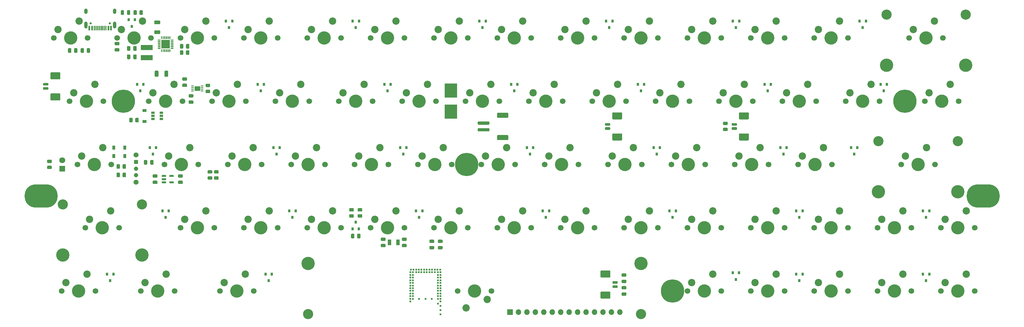
<source format=gbr>
%TF.GenerationSoftware,KiCad,Pcbnew,5.1.9*%
%TF.CreationDate,2021-02-24T13:07:44+00:00*%
%TF.ProjectId,keyboard,6b657962-6f61-4726-942e-6b696361645f,A*%
%TF.SameCoordinates,PX3072580PY3072580*%
%TF.FileFunction,Soldermask,Bot*%
%TF.FilePolarity,Negative*%
%FSLAX46Y46*%
G04 Gerber Fmt 4.6, Leading zero omitted, Abs format (unit mm)*
G04 Created by KiCad (PCBNEW 5.1.9) date 2021-02-24 13:07:44*
%MOMM*%
%LPD*%
G01*
G04 APERTURE LIST*
%ADD10C,1.800000*%
%ADD11R,1.800000X1.800000*%
%ADD12R,0.900000X1.200000*%
%ADD13C,1.700000*%
%ADD14C,4.000000*%
%ADD15C,2.200000*%
%ADD16O,1.700000X1.700000*%
%ADD17R,1.700000X1.700000*%
%ADD18C,3.050000*%
%ADD19R,1.700000X1.400000*%
%ADD20R,2.650000X2.650000*%
%ADD21R,1.308000X1.308000*%
%ADD22C,1.308000*%
%ADD23C,1.500000*%
%ADD24R,1.000000X0.700000*%
%ADD25R,3.600000X1.500000*%
%ADD26R,3.810000X4.240000*%
%ADD27R,1.200000X0.900000*%
%ADD28R,0.800000X0.900000*%
%ADD29R,0.600000X1.450000*%
%ADD30R,0.300000X1.450000*%
%ADD31O,1.000000X2.100000*%
%ADD32C,0.650000*%
%ADD33O,1.000000X1.600000*%
%ADD34R,1.000000X1.800000*%
%ADD35C,7.000000*%
%ADD36O,10.000000X7.000000*%
%ADD37R,0.500000X0.500000*%
G04 APERTURE END LIST*
D10*
%TO.C,LED3*%
X6985000Y-46355000D03*
D11*
X6985000Y-48895000D03*
%TD*%
%TO.C,R15*%
G36*
G01*
X25165000Y-48710002D02*
X25165000Y-47809998D01*
G75*
G02*
X25414998Y-47560000I249998J0D01*
G01*
X25940002Y-47560000D01*
G75*
G02*
X26190000Y-47809998I0J-249998D01*
G01*
X26190000Y-48710002D01*
G75*
G02*
X25940002Y-48960000I-249998J0D01*
G01*
X25414998Y-48960000D01*
G75*
G02*
X25165000Y-48710002I0J249998D01*
G01*
G37*
G36*
G01*
X23340000Y-48710002D02*
X23340000Y-47809998D01*
G75*
G02*
X23589998Y-47560000I249998J0D01*
G01*
X24115002Y-47560000D01*
G75*
G02*
X24365000Y-47809998I0J-249998D01*
G01*
X24365000Y-48710002D01*
G75*
G02*
X24115002Y-48960000I-249998J0D01*
G01*
X23589998Y-48960000D01*
G75*
G02*
X23340000Y-48710002I0J249998D01*
G01*
G37*
%TD*%
%TO.C,R16*%
G36*
G01*
X25165000Y-51250002D02*
X25165000Y-50349998D01*
G75*
G02*
X25414998Y-50100000I249998J0D01*
G01*
X25940002Y-50100000D01*
G75*
G02*
X26190000Y-50349998I0J-249998D01*
G01*
X26190000Y-51250002D01*
G75*
G02*
X25940002Y-51500000I-249998J0D01*
G01*
X25414998Y-51500000D01*
G75*
G02*
X25165000Y-51250002I0J249998D01*
G01*
G37*
G36*
G01*
X23340000Y-51250002D02*
X23340000Y-50349998D01*
G75*
G02*
X23589998Y-50100000I249998J0D01*
G01*
X24115002Y-50100000D01*
G75*
G02*
X24365000Y-50349998I0J-249998D01*
G01*
X24365000Y-51250002D01*
G75*
G02*
X24115002Y-51500000I-249998J0D01*
G01*
X23589998Y-51500000D01*
G75*
G02*
X23340000Y-51250002I0J249998D01*
G01*
G37*
%TD*%
D12*
%TO.C,D36*%
X22480000Y-45085000D03*
X25780000Y-45085000D03*
%TD*%
%TO.C,D35*%
X22480000Y-42545000D03*
X25780000Y-42545000D03*
%TD*%
%TO.C,C16*%
G36*
G01*
X33470000Y-47465000D02*
X33470000Y-46515000D01*
G75*
G02*
X33720000Y-46265000I250000J0D01*
G01*
X34220000Y-46265000D01*
G75*
G02*
X34470000Y-46515000I0J-250000D01*
G01*
X34470000Y-47465000D01*
G75*
G02*
X34220000Y-47715000I-250000J0D01*
G01*
X33720000Y-47715000D01*
G75*
G02*
X33470000Y-47465000I0J250000D01*
G01*
G37*
G36*
G01*
X31570000Y-47465000D02*
X31570000Y-46515000D01*
G75*
G02*
X31820000Y-46265000I250000J0D01*
G01*
X32320000Y-46265000D01*
G75*
G02*
X32570000Y-46515000I0J-250000D01*
G01*
X32570000Y-47465000D01*
G75*
G02*
X32320000Y-47715000I-250000J0D01*
G01*
X31820000Y-47715000D01*
G75*
G02*
X31570000Y-47465000I0J250000D01*
G01*
G37*
%TD*%
D13*
%TO.C,S5*%
X90805000Y-9525000D03*
X80645000Y-9525000D03*
D14*
X85725000Y-9525000D03*
D15*
X81915000Y-6985000D03*
X88265000Y-4445000D03*
%TD*%
%TO.C,J9*%
G36*
G01*
X3694999Y-26255000D02*
X6195001Y-26255000D01*
G75*
G02*
X6445000Y-26504999I0J-249999D01*
G01*
X6445000Y-28105001D01*
G75*
G02*
X6195001Y-28355000I-249999J0D01*
G01*
X3694999Y-28355000D01*
G75*
G02*
X3445000Y-28105001I0J249999D01*
G01*
X3445000Y-26504999D01*
G75*
G02*
X3694999Y-26255000I249999J0D01*
G01*
G37*
G36*
G01*
X3694999Y-19905000D02*
X6195001Y-19905000D01*
G75*
G02*
X6445000Y-20154999I0J-249999D01*
G01*
X6445000Y-21755001D01*
G75*
G02*
X6195001Y-22005000I-249999J0D01*
G01*
X3694999Y-22005000D01*
G75*
G02*
X3445000Y-21755001I0J249999D01*
G01*
X3445000Y-20154999D01*
G75*
G02*
X3694999Y-19905000I249999J0D01*
G01*
G37*
G36*
G01*
X1445000Y-24355000D02*
X2645000Y-24355000D01*
G75*
G02*
X2845000Y-24555000I0J-200000D01*
G01*
X2845000Y-24955000D01*
G75*
G02*
X2645000Y-25155000I-200000J0D01*
G01*
X1445000Y-25155000D01*
G75*
G02*
X1245000Y-24955000I0J200000D01*
G01*
X1245000Y-24555000D01*
G75*
G02*
X1445000Y-24355000I200000J0D01*
G01*
G37*
G36*
G01*
X1445000Y-23105000D02*
X2645000Y-23105000D01*
G75*
G02*
X2845000Y-23305000I0J-200000D01*
G01*
X2845000Y-23705000D01*
G75*
G02*
X2645000Y-23905000I-200000J0D01*
G01*
X1445000Y-23905000D01*
G75*
G02*
X1245000Y-23705000I0J200000D01*
G01*
X1245000Y-23305000D01*
G75*
G02*
X1445000Y-23105000I200000J0D01*
G01*
G37*
%TD*%
%TO.C,R14*%
G36*
G01*
X3625002Y-47225000D02*
X2724998Y-47225000D01*
G75*
G02*
X2475000Y-46975002I0J249998D01*
G01*
X2475000Y-46449998D01*
G75*
G02*
X2724998Y-46200000I249998J0D01*
G01*
X3625002Y-46200000D01*
G75*
G02*
X3875000Y-46449998I0J-249998D01*
G01*
X3875000Y-46975002D01*
G75*
G02*
X3625002Y-47225000I-249998J0D01*
G01*
G37*
G36*
G01*
X3625002Y-49050000D02*
X2724998Y-49050000D01*
G75*
G02*
X2475000Y-48800002I0J249998D01*
G01*
X2475000Y-48274998D01*
G75*
G02*
X2724998Y-48025000I249998J0D01*
G01*
X3625002Y-48025000D01*
G75*
G02*
X3875000Y-48274998I0J-249998D01*
G01*
X3875000Y-48800002D01*
G75*
G02*
X3625002Y-49050000I-249998J0D01*
G01*
G37*
%TD*%
%TO.C,C10*%
G36*
G01*
X45245000Y-28390000D02*
X46195000Y-28390000D01*
G75*
G02*
X46445000Y-28640000I0J-250000D01*
G01*
X46445000Y-29140000D01*
G75*
G02*
X46195000Y-29390000I-250000J0D01*
G01*
X45245000Y-29390000D01*
G75*
G02*
X44995000Y-29140000I0J250000D01*
G01*
X44995000Y-28640000D01*
G75*
G02*
X45245000Y-28390000I250000J0D01*
G01*
G37*
G36*
G01*
X45245000Y-26490000D02*
X46195000Y-26490000D01*
G75*
G02*
X46445000Y-26740000I0J-250000D01*
G01*
X46445000Y-27240000D01*
G75*
G02*
X46195000Y-27490000I-250000J0D01*
G01*
X45245000Y-27490000D01*
G75*
G02*
X44995000Y-27240000I0J250000D01*
G01*
X44995000Y-26740000D01*
G75*
G02*
X45245000Y-26490000I250000J0D01*
G01*
G37*
%TD*%
%TO.C,C15*%
G36*
G01*
X175420000Y-82360000D02*
X176370000Y-82360000D01*
G75*
G02*
X176620000Y-82610000I0J-250000D01*
G01*
X176620000Y-83110000D01*
G75*
G02*
X176370000Y-83360000I-250000J0D01*
G01*
X175420000Y-83360000D01*
G75*
G02*
X175170000Y-83110000I0J250000D01*
G01*
X175170000Y-82610000D01*
G75*
G02*
X175420000Y-82360000I250000J0D01*
G01*
G37*
G36*
G01*
X175420000Y-80460000D02*
X176370000Y-80460000D01*
G75*
G02*
X176620000Y-80710000I0J-250000D01*
G01*
X176620000Y-81210000D01*
G75*
G02*
X176370000Y-81460000I-250000J0D01*
G01*
X175420000Y-81460000D01*
G75*
G02*
X175170000Y-81210000I0J250000D01*
G01*
X175170000Y-80710000D01*
G75*
G02*
X175420000Y-80460000I250000J0D01*
G01*
G37*
%TD*%
%TO.C,C14*%
G36*
G01*
X175420000Y-86175000D02*
X176370000Y-86175000D01*
G75*
G02*
X176620000Y-86425000I0J-250000D01*
G01*
X176620000Y-86925000D01*
G75*
G02*
X176370000Y-87175000I-250000J0D01*
G01*
X175420000Y-87175000D01*
G75*
G02*
X175170000Y-86925000I0J250000D01*
G01*
X175170000Y-86425000D01*
G75*
G02*
X175420000Y-86175000I250000J0D01*
G01*
G37*
G36*
G01*
X175420000Y-84275000D02*
X176370000Y-84275000D01*
G75*
G02*
X176620000Y-84525000I0J-250000D01*
G01*
X176620000Y-85025000D01*
G75*
G02*
X176370000Y-85275000I-250000J0D01*
G01*
X175420000Y-85275000D01*
G75*
G02*
X175170000Y-85025000I0J250000D01*
G01*
X175170000Y-84525000D01*
G75*
G02*
X175420000Y-84275000I250000J0D01*
G01*
G37*
%TD*%
%TO.C,J8*%
G36*
G01*
X171565001Y-81695000D02*
X169064999Y-81695000D01*
G75*
G02*
X168815000Y-81445001I0J249999D01*
G01*
X168815000Y-79844999D01*
G75*
G02*
X169064999Y-79595000I249999J0D01*
G01*
X171565001Y-79595000D01*
G75*
G02*
X171815000Y-79844999I0J-249999D01*
G01*
X171815000Y-81445001D01*
G75*
G02*
X171565001Y-81695000I-249999J0D01*
G01*
G37*
G36*
G01*
X171565001Y-88045000D02*
X169064999Y-88045000D01*
G75*
G02*
X168815000Y-87795001I0J249999D01*
G01*
X168815000Y-86194999D01*
G75*
G02*
X169064999Y-85945000I249999J0D01*
G01*
X171565001Y-85945000D01*
G75*
G02*
X171815000Y-86194999I0J-249999D01*
G01*
X171815000Y-87795001D01*
G75*
G02*
X171565001Y-88045000I-249999J0D01*
G01*
G37*
G36*
G01*
X173815000Y-83595000D02*
X172615000Y-83595000D01*
G75*
G02*
X172415000Y-83395000I0J200000D01*
G01*
X172415000Y-82995000D01*
G75*
G02*
X172615000Y-82795000I200000J0D01*
G01*
X173815000Y-82795000D01*
G75*
G02*
X174015000Y-82995000I0J-200000D01*
G01*
X174015000Y-83395000D01*
G75*
G02*
X173815000Y-83595000I-200000J0D01*
G01*
G37*
G36*
G01*
X173815000Y-84845000D02*
X172615000Y-84845000D01*
G75*
G02*
X172415000Y-84645000I0J200000D01*
G01*
X172415000Y-84245000D01*
G75*
G02*
X172615000Y-84045000I200000J0D01*
G01*
X173815000Y-84045000D01*
G75*
G02*
X174015000Y-84245000I0J-200000D01*
G01*
X174015000Y-84645000D01*
G75*
G02*
X173815000Y-84845000I-200000J0D01*
G01*
G37*
%TD*%
D16*
%TO.C,J7*%
X174625000Y-92075000D03*
X172085000Y-92075000D03*
X169545000Y-92075000D03*
X167005000Y-92075000D03*
X164465000Y-92075000D03*
X161925000Y-92075000D03*
X159385000Y-92075000D03*
X156845000Y-92075000D03*
X154305000Y-92075000D03*
X151765000Y-92075000D03*
X149225000Y-92075000D03*
X146685000Y-92075000D03*
X144145000Y-92075000D03*
D17*
X141605000Y-92075000D03*
%TD*%
D13*
%TO.C,S15*%
X19367500Y-28575000D03*
X9207500Y-28575000D03*
D14*
X14287500Y-28575000D03*
D15*
X10477500Y-26035000D03*
X16827500Y-23495000D03*
%TD*%
D18*
%TO.C,S59*%
X80968750Y-92725000D03*
X180968750Y-92725000D03*
D14*
X180968750Y-77485000D03*
X80968750Y-77485000D03*
D13*
X125888750Y-85725000D03*
X136048750Y-85725000D03*
D14*
X130968750Y-85725000D03*
D15*
X134778750Y-88265000D03*
X128428750Y-90805000D03*
%TD*%
%TO.C,R13*%
G36*
G01*
X53790002Y-50400000D02*
X52889998Y-50400000D01*
G75*
G02*
X52640000Y-50150002I0J249998D01*
G01*
X52640000Y-49624998D01*
G75*
G02*
X52889998Y-49375000I249998J0D01*
G01*
X53790002Y-49375000D01*
G75*
G02*
X54040000Y-49624998I0J-249998D01*
G01*
X54040000Y-50150002D01*
G75*
G02*
X53790002Y-50400000I-249998J0D01*
G01*
G37*
G36*
G01*
X53790002Y-52225000D02*
X52889998Y-52225000D01*
G75*
G02*
X52640000Y-51975002I0J249998D01*
G01*
X52640000Y-51449998D01*
G75*
G02*
X52889998Y-51200000I249998J0D01*
G01*
X53790002Y-51200000D01*
G75*
G02*
X54040000Y-51449998I0J-249998D01*
G01*
X54040000Y-51975002D01*
G75*
G02*
X53790002Y-52225000I-249998J0D01*
G01*
G37*
%TD*%
%TO.C,R12*%
G36*
G01*
X51885002Y-50400000D02*
X50984998Y-50400000D01*
G75*
G02*
X50735000Y-50150002I0J249998D01*
G01*
X50735000Y-49624998D01*
G75*
G02*
X50984998Y-49375000I249998J0D01*
G01*
X51885002Y-49375000D01*
G75*
G02*
X52135000Y-49624998I0J-249998D01*
G01*
X52135000Y-50150002D01*
G75*
G02*
X51885002Y-50400000I-249998J0D01*
G01*
G37*
G36*
G01*
X51885002Y-52225000D02*
X50984998Y-52225000D01*
G75*
G02*
X50735000Y-51975002I0J249998D01*
G01*
X50735000Y-51449998D01*
G75*
G02*
X50984998Y-51200000I249998J0D01*
G01*
X51885002Y-51200000D01*
G75*
G02*
X52135000Y-51449998I0J-249998D01*
G01*
X52135000Y-51975002D01*
G75*
G02*
X51885002Y-52225000I-249998J0D01*
G01*
G37*
%TD*%
%TO.C,R10*%
G36*
G01*
X28175000Y-33839998D02*
X28175000Y-34740002D01*
G75*
G02*
X27925002Y-34990000I-249998J0D01*
G01*
X27399998Y-34990000D01*
G75*
G02*
X27150000Y-34740002I0J249998D01*
G01*
X27150000Y-33839998D01*
G75*
G02*
X27399998Y-33590000I249998J0D01*
G01*
X27925002Y-33590000D01*
G75*
G02*
X28175000Y-33839998I0J-249998D01*
G01*
G37*
G36*
G01*
X30000000Y-33839998D02*
X30000000Y-34740002D01*
G75*
G02*
X29750002Y-34990000I-249998J0D01*
G01*
X29224998Y-34990000D01*
G75*
G02*
X28975000Y-34740002I0J249998D01*
G01*
X28975000Y-33839998D01*
G75*
G02*
X29224998Y-33590000I249998J0D01*
G01*
X29750002Y-33590000D01*
G75*
G02*
X30000000Y-33839998I0J-249998D01*
G01*
G37*
%TD*%
%TO.C,C9*%
G36*
G01*
X37730000Y-20970001D02*
X37730000Y-19669999D01*
G75*
G02*
X37979999Y-19420000I249999J0D01*
G01*
X38630001Y-19420000D01*
G75*
G02*
X38880000Y-19669999I0J-249999D01*
G01*
X38880000Y-20970001D01*
G75*
G02*
X38630001Y-21220000I-249999J0D01*
G01*
X37979999Y-21220000D01*
G75*
G02*
X37730000Y-20970001I0J249999D01*
G01*
G37*
G36*
G01*
X34780000Y-20970001D02*
X34780000Y-19669999D01*
G75*
G02*
X35029999Y-19420000I249999J0D01*
G01*
X35680001Y-19420000D01*
G75*
G02*
X35930000Y-19669999I0J-249999D01*
G01*
X35930000Y-20970001D01*
G75*
G02*
X35680001Y-21220000I-249999J0D01*
G01*
X35029999Y-21220000D01*
G75*
G02*
X34780000Y-20970001I0J249999D01*
G01*
G37*
%TD*%
%TO.C,C6*%
G36*
G01*
X36210001Y-5450000D02*
X34909999Y-5450000D01*
G75*
G02*
X34660000Y-5200001I0J249999D01*
G01*
X34660000Y-4549999D01*
G75*
G02*
X34909999Y-4300000I249999J0D01*
G01*
X36210001Y-4300000D01*
G75*
G02*
X36460000Y-4549999I0J-249999D01*
G01*
X36460000Y-5200001D01*
G75*
G02*
X36210001Y-5450000I-249999J0D01*
G01*
G37*
G36*
G01*
X36210001Y-8400000D02*
X34909999Y-8400000D01*
G75*
G02*
X34660000Y-8150001I0J249999D01*
G01*
X34660000Y-7499999D01*
G75*
G02*
X34909999Y-7250000I249999J0D01*
G01*
X36210001Y-7250000D01*
G75*
G02*
X36460000Y-7499999I0J-249999D01*
G01*
X36460000Y-8150001D01*
G75*
G02*
X36210001Y-8400000I-249999J0D01*
G01*
G37*
%TD*%
%TO.C,U4*%
G36*
G01*
X39210000Y-53170000D02*
X39210000Y-52870000D01*
G75*
G02*
X39360000Y-52720000I150000J0D01*
G01*
X40385000Y-52720000D01*
G75*
G02*
X40535000Y-52870000I0J-150000D01*
G01*
X40535000Y-53170000D01*
G75*
G02*
X40385000Y-53320000I-150000J0D01*
G01*
X39360000Y-53320000D01*
G75*
G02*
X39210000Y-53170000I0J150000D01*
G01*
G37*
G36*
G01*
X39210000Y-51270000D02*
X39210000Y-50970000D01*
G75*
G02*
X39360000Y-50820000I150000J0D01*
G01*
X40385000Y-50820000D01*
G75*
G02*
X40535000Y-50970000I0J-150000D01*
G01*
X40535000Y-51270000D01*
G75*
G02*
X40385000Y-51420000I-150000J0D01*
G01*
X39360000Y-51420000D01*
G75*
G02*
X39210000Y-51270000I0J150000D01*
G01*
G37*
G36*
G01*
X36935000Y-51270000D02*
X36935000Y-50970000D01*
G75*
G02*
X37085000Y-50820000I150000J0D01*
G01*
X38110000Y-50820000D01*
G75*
G02*
X38260000Y-50970000I0J-150000D01*
G01*
X38260000Y-51270000D01*
G75*
G02*
X38110000Y-51420000I-150000J0D01*
G01*
X37085000Y-51420000D01*
G75*
G02*
X36935000Y-51270000I0J150000D01*
G01*
G37*
G36*
G01*
X36935000Y-52220000D02*
X36935000Y-51920000D01*
G75*
G02*
X37085000Y-51770000I150000J0D01*
G01*
X38110000Y-51770000D01*
G75*
G02*
X38260000Y-51920000I0J-150000D01*
G01*
X38260000Y-52220000D01*
G75*
G02*
X38110000Y-52370000I-150000J0D01*
G01*
X37085000Y-52370000D01*
G75*
G02*
X36935000Y-52220000I0J150000D01*
G01*
G37*
G36*
G01*
X36935000Y-53170000D02*
X36935000Y-52870000D01*
G75*
G02*
X37085000Y-52720000I150000J0D01*
G01*
X38110000Y-52720000D01*
G75*
G02*
X38260000Y-52870000I0J-150000D01*
G01*
X38260000Y-53170000D01*
G75*
G02*
X38110000Y-53320000I-150000J0D01*
G01*
X37085000Y-53320000D01*
G75*
G02*
X36935000Y-53170000I0J150000D01*
G01*
G37*
%TD*%
D19*
%TO.C,U3*%
X47625000Y-24765000D03*
G36*
G01*
X48675000Y-25577500D02*
X48675000Y-25452500D01*
G75*
G02*
X48737500Y-25390000I62500J0D01*
G01*
X49412500Y-25390000D01*
G75*
G02*
X49475000Y-25452500I0J-62500D01*
G01*
X49475000Y-25577500D01*
G75*
G02*
X49412500Y-25640000I-62500J0D01*
G01*
X48737500Y-25640000D01*
G75*
G02*
X48675000Y-25577500I0J62500D01*
G01*
G37*
G36*
G01*
X48675000Y-25077500D02*
X48675000Y-24952500D01*
G75*
G02*
X48737500Y-24890000I62500J0D01*
G01*
X49412500Y-24890000D01*
G75*
G02*
X49475000Y-24952500I0J-62500D01*
G01*
X49475000Y-25077500D01*
G75*
G02*
X49412500Y-25140000I-62500J0D01*
G01*
X48737500Y-25140000D01*
G75*
G02*
X48675000Y-25077500I0J62500D01*
G01*
G37*
G36*
G01*
X48675000Y-24577500D02*
X48675000Y-24452500D01*
G75*
G02*
X48737500Y-24390000I62500J0D01*
G01*
X49412500Y-24390000D01*
G75*
G02*
X49475000Y-24452500I0J-62500D01*
G01*
X49475000Y-24577500D01*
G75*
G02*
X49412500Y-24640000I-62500J0D01*
G01*
X48737500Y-24640000D01*
G75*
G02*
X48675000Y-24577500I0J62500D01*
G01*
G37*
G36*
G01*
X48675000Y-24077500D02*
X48675000Y-23952500D01*
G75*
G02*
X48737500Y-23890000I62500J0D01*
G01*
X49412500Y-23890000D01*
G75*
G02*
X49475000Y-23952500I0J-62500D01*
G01*
X49475000Y-24077500D01*
G75*
G02*
X49412500Y-24140000I-62500J0D01*
G01*
X48737500Y-24140000D01*
G75*
G02*
X48675000Y-24077500I0J62500D01*
G01*
G37*
G36*
G01*
X45775000Y-24077500D02*
X45775000Y-23952500D01*
G75*
G02*
X45837500Y-23890000I62500J0D01*
G01*
X46512500Y-23890000D01*
G75*
G02*
X46575000Y-23952500I0J-62500D01*
G01*
X46575000Y-24077500D01*
G75*
G02*
X46512500Y-24140000I-62500J0D01*
G01*
X45837500Y-24140000D01*
G75*
G02*
X45775000Y-24077500I0J62500D01*
G01*
G37*
G36*
G01*
X45775000Y-24577500D02*
X45775000Y-24452500D01*
G75*
G02*
X45837500Y-24390000I62500J0D01*
G01*
X46512500Y-24390000D01*
G75*
G02*
X46575000Y-24452500I0J-62500D01*
G01*
X46575000Y-24577500D01*
G75*
G02*
X46512500Y-24640000I-62500J0D01*
G01*
X45837500Y-24640000D01*
G75*
G02*
X45775000Y-24577500I0J62500D01*
G01*
G37*
G36*
G01*
X45775000Y-25077500D02*
X45775000Y-24952500D01*
G75*
G02*
X45837500Y-24890000I62500J0D01*
G01*
X46512500Y-24890000D01*
G75*
G02*
X46575000Y-24952500I0J-62500D01*
G01*
X46575000Y-25077500D01*
G75*
G02*
X46512500Y-25140000I-62500J0D01*
G01*
X45837500Y-25140000D01*
G75*
G02*
X45775000Y-25077500I0J62500D01*
G01*
G37*
G36*
G01*
X45775000Y-25577500D02*
X45775000Y-25452500D01*
G75*
G02*
X45837500Y-25390000I62500J0D01*
G01*
X46512500Y-25390000D01*
G75*
G02*
X46575000Y-25452500I0J-62500D01*
G01*
X46575000Y-25577500D01*
G75*
G02*
X46512500Y-25640000I-62500J0D01*
G01*
X45837500Y-25640000D01*
G75*
G02*
X45775000Y-25577500I0J62500D01*
G01*
G37*
%TD*%
D20*
%TO.C,U2*%
X38100000Y-11430000D03*
G36*
G01*
X35800000Y-10030000D02*
X36500000Y-10030000D01*
G75*
G02*
X36575000Y-10105000I0J-75000D01*
G01*
X36575000Y-10255000D01*
G75*
G02*
X36500000Y-10330000I-75000J0D01*
G01*
X35800000Y-10330000D01*
G75*
G02*
X35725000Y-10255000I0J75000D01*
G01*
X35725000Y-10105000D01*
G75*
G02*
X35800000Y-10030000I75000J0D01*
G01*
G37*
G36*
G01*
X35800000Y-10530000D02*
X36500000Y-10530000D01*
G75*
G02*
X36575000Y-10605000I0J-75000D01*
G01*
X36575000Y-10755000D01*
G75*
G02*
X36500000Y-10830000I-75000J0D01*
G01*
X35800000Y-10830000D01*
G75*
G02*
X35725000Y-10755000I0J75000D01*
G01*
X35725000Y-10605000D01*
G75*
G02*
X35800000Y-10530000I75000J0D01*
G01*
G37*
G36*
G01*
X35800000Y-11030000D02*
X36500000Y-11030000D01*
G75*
G02*
X36575000Y-11105000I0J-75000D01*
G01*
X36575000Y-11255000D01*
G75*
G02*
X36500000Y-11330000I-75000J0D01*
G01*
X35800000Y-11330000D01*
G75*
G02*
X35725000Y-11255000I0J75000D01*
G01*
X35725000Y-11105000D01*
G75*
G02*
X35800000Y-11030000I75000J0D01*
G01*
G37*
G36*
G01*
X35800000Y-11530000D02*
X36500000Y-11530000D01*
G75*
G02*
X36575000Y-11605000I0J-75000D01*
G01*
X36575000Y-11755000D01*
G75*
G02*
X36500000Y-11830000I-75000J0D01*
G01*
X35800000Y-11830000D01*
G75*
G02*
X35725000Y-11755000I0J75000D01*
G01*
X35725000Y-11605000D01*
G75*
G02*
X35800000Y-11530000I75000J0D01*
G01*
G37*
G36*
G01*
X35800000Y-12030000D02*
X36500000Y-12030000D01*
G75*
G02*
X36575000Y-12105000I0J-75000D01*
G01*
X36575000Y-12255000D01*
G75*
G02*
X36500000Y-12330000I-75000J0D01*
G01*
X35800000Y-12330000D01*
G75*
G02*
X35725000Y-12255000I0J75000D01*
G01*
X35725000Y-12105000D01*
G75*
G02*
X35800000Y-12030000I75000J0D01*
G01*
G37*
G36*
G01*
X35800000Y-12530000D02*
X36500000Y-12530000D01*
G75*
G02*
X36575000Y-12605000I0J-75000D01*
G01*
X36575000Y-12755000D01*
G75*
G02*
X36500000Y-12830000I-75000J0D01*
G01*
X35800000Y-12830000D01*
G75*
G02*
X35725000Y-12755000I0J75000D01*
G01*
X35725000Y-12605000D01*
G75*
G02*
X35800000Y-12530000I75000J0D01*
G01*
G37*
G36*
G01*
X36775000Y-12955000D02*
X36925000Y-12955000D01*
G75*
G02*
X37000000Y-13030000I0J-75000D01*
G01*
X37000000Y-13730000D01*
G75*
G02*
X36925000Y-13805000I-75000J0D01*
G01*
X36775000Y-13805000D01*
G75*
G02*
X36700000Y-13730000I0J75000D01*
G01*
X36700000Y-13030000D01*
G75*
G02*
X36775000Y-12955000I75000J0D01*
G01*
G37*
G36*
G01*
X37275000Y-12955000D02*
X37425000Y-12955000D01*
G75*
G02*
X37500000Y-13030000I0J-75000D01*
G01*
X37500000Y-13730000D01*
G75*
G02*
X37425000Y-13805000I-75000J0D01*
G01*
X37275000Y-13805000D01*
G75*
G02*
X37200000Y-13730000I0J75000D01*
G01*
X37200000Y-13030000D01*
G75*
G02*
X37275000Y-12955000I75000J0D01*
G01*
G37*
G36*
G01*
X37775000Y-12955000D02*
X37925000Y-12955000D01*
G75*
G02*
X38000000Y-13030000I0J-75000D01*
G01*
X38000000Y-13730000D01*
G75*
G02*
X37925000Y-13805000I-75000J0D01*
G01*
X37775000Y-13805000D01*
G75*
G02*
X37700000Y-13730000I0J75000D01*
G01*
X37700000Y-13030000D01*
G75*
G02*
X37775000Y-12955000I75000J0D01*
G01*
G37*
G36*
G01*
X38275000Y-12955000D02*
X38425000Y-12955000D01*
G75*
G02*
X38500000Y-13030000I0J-75000D01*
G01*
X38500000Y-13730000D01*
G75*
G02*
X38425000Y-13805000I-75000J0D01*
G01*
X38275000Y-13805000D01*
G75*
G02*
X38200000Y-13730000I0J75000D01*
G01*
X38200000Y-13030000D01*
G75*
G02*
X38275000Y-12955000I75000J0D01*
G01*
G37*
G36*
G01*
X38775000Y-12955000D02*
X38925000Y-12955000D01*
G75*
G02*
X39000000Y-13030000I0J-75000D01*
G01*
X39000000Y-13730000D01*
G75*
G02*
X38925000Y-13805000I-75000J0D01*
G01*
X38775000Y-13805000D01*
G75*
G02*
X38700000Y-13730000I0J75000D01*
G01*
X38700000Y-13030000D01*
G75*
G02*
X38775000Y-12955000I75000J0D01*
G01*
G37*
G36*
G01*
X39275000Y-12955000D02*
X39425000Y-12955000D01*
G75*
G02*
X39500000Y-13030000I0J-75000D01*
G01*
X39500000Y-13730000D01*
G75*
G02*
X39425000Y-13805000I-75000J0D01*
G01*
X39275000Y-13805000D01*
G75*
G02*
X39200000Y-13730000I0J75000D01*
G01*
X39200000Y-13030000D01*
G75*
G02*
X39275000Y-12955000I75000J0D01*
G01*
G37*
G36*
G01*
X39700000Y-12530000D02*
X40400000Y-12530000D01*
G75*
G02*
X40475000Y-12605000I0J-75000D01*
G01*
X40475000Y-12755000D01*
G75*
G02*
X40400000Y-12830000I-75000J0D01*
G01*
X39700000Y-12830000D01*
G75*
G02*
X39625000Y-12755000I0J75000D01*
G01*
X39625000Y-12605000D01*
G75*
G02*
X39700000Y-12530000I75000J0D01*
G01*
G37*
G36*
G01*
X39700000Y-12030000D02*
X40400000Y-12030000D01*
G75*
G02*
X40475000Y-12105000I0J-75000D01*
G01*
X40475000Y-12255000D01*
G75*
G02*
X40400000Y-12330000I-75000J0D01*
G01*
X39700000Y-12330000D01*
G75*
G02*
X39625000Y-12255000I0J75000D01*
G01*
X39625000Y-12105000D01*
G75*
G02*
X39700000Y-12030000I75000J0D01*
G01*
G37*
G36*
G01*
X39700000Y-11530000D02*
X40400000Y-11530000D01*
G75*
G02*
X40475000Y-11605000I0J-75000D01*
G01*
X40475000Y-11755000D01*
G75*
G02*
X40400000Y-11830000I-75000J0D01*
G01*
X39700000Y-11830000D01*
G75*
G02*
X39625000Y-11755000I0J75000D01*
G01*
X39625000Y-11605000D01*
G75*
G02*
X39700000Y-11530000I75000J0D01*
G01*
G37*
G36*
G01*
X39700000Y-11030000D02*
X40400000Y-11030000D01*
G75*
G02*
X40475000Y-11105000I0J-75000D01*
G01*
X40475000Y-11255000D01*
G75*
G02*
X40400000Y-11330000I-75000J0D01*
G01*
X39700000Y-11330000D01*
G75*
G02*
X39625000Y-11255000I0J75000D01*
G01*
X39625000Y-11105000D01*
G75*
G02*
X39700000Y-11030000I75000J0D01*
G01*
G37*
G36*
G01*
X39700000Y-10530000D02*
X40400000Y-10530000D01*
G75*
G02*
X40475000Y-10605000I0J-75000D01*
G01*
X40475000Y-10755000D01*
G75*
G02*
X40400000Y-10830000I-75000J0D01*
G01*
X39700000Y-10830000D01*
G75*
G02*
X39625000Y-10755000I0J75000D01*
G01*
X39625000Y-10605000D01*
G75*
G02*
X39700000Y-10530000I75000J0D01*
G01*
G37*
G36*
G01*
X39700000Y-10030000D02*
X40400000Y-10030000D01*
G75*
G02*
X40475000Y-10105000I0J-75000D01*
G01*
X40475000Y-10255000D01*
G75*
G02*
X40400000Y-10330000I-75000J0D01*
G01*
X39700000Y-10330000D01*
G75*
G02*
X39625000Y-10255000I0J75000D01*
G01*
X39625000Y-10105000D01*
G75*
G02*
X39700000Y-10030000I75000J0D01*
G01*
G37*
G36*
G01*
X39275000Y-9055000D02*
X39425000Y-9055000D01*
G75*
G02*
X39500000Y-9130000I0J-75000D01*
G01*
X39500000Y-9830000D01*
G75*
G02*
X39425000Y-9905000I-75000J0D01*
G01*
X39275000Y-9905000D01*
G75*
G02*
X39200000Y-9830000I0J75000D01*
G01*
X39200000Y-9130000D01*
G75*
G02*
X39275000Y-9055000I75000J0D01*
G01*
G37*
G36*
G01*
X38775000Y-9055000D02*
X38925000Y-9055000D01*
G75*
G02*
X39000000Y-9130000I0J-75000D01*
G01*
X39000000Y-9830000D01*
G75*
G02*
X38925000Y-9905000I-75000J0D01*
G01*
X38775000Y-9905000D01*
G75*
G02*
X38700000Y-9830000I0J75000D01*
G01*
X38700000Y-9130000D01*
G75*
G02*
X38775000Y-9055000I75000J0D01*
G01*
G37*
G36*
G01*
X38275000Y-9055000D02*
X38425000Y-9055000D01*
G75*
G02*
X38500000Y-9130000I0J-75000D01*
G01*
X38500000Y-9830000D01*
G75*
G02*
X38425000Y-9905000I-75000J0D01*
G01*
X38275000Y-9905000D01*
G75*
G02*
X38200000Y-9830000I0J75000D01*
G01*
X38200000Y-9130000D01*
G75*
G02*
X38275000Y-9055000I75000J0D01*
G01*
G37*
G36*
G01*
X37775000Y-9055000D02*
X37925000Y-9055000D01*
G75*
G02*
X38000000Y-9130000I0J-75000D01*
G01*
X38000000Y-9830000D01*
G75*
G02*
X37925000Y-9905000I-75000J0D01*
G01*
X37775000Y-9905000D01*
G75*
G02*
X37700000Y-9830000I0J75000D01*
G01*
X37700000Y-9130000D01*
G75*
G02*
X37775000Y-9055000I75000J0D01*
G01*
G37*
G36*
G01*
X37275000Y-9055000D02*
X37425000Y-9055000D01*
G75*
G02*
X37500000Y-9130000I0J-75000D01*
G01*
X37500000Y-9830000D01*
G75*
G02*
X37425000Y-9905000I-75000J0D01*
G01*
X37275000Y-9905000D01*
G75*
G02*
X37200000Y-9830000I0J75000D01*
G01*
X37200000Y-9130000D01*
G75*
G02*
X37275000Y-9055000I75000J0D01*
G01*
G37*
G36*
G01*
X36775000Y-9055000D02*
X36925000Y-9055000D01*
G75*
G02*
X37000000Y-9130000I0J-75000D01*
G01*
X37000000Y-9830000D01*
G75*
G02*
X36925000Y-9905000I-75000J0D01*
G01*
X36775000Y-9905000D01*
G75*
G02*
X36700000Y-9830000I0J75000D01*
G01*
X36700000Y-9130000D01*
G75*
G02*
X36775000Y-9055000I75000J0D01*
G01*
G37*
%TD*%
%TO.C,TH1*%
G36*
G01*
X205924998Y-36595000D02*
X206825002Y-36595000D01*
G75*
G02*
X207075000Y-36844998I0J-249998D01*
G01*
X207075000Y-37370002D01*
G75*
G02*
X206825002Y-37620000I-249998J0D01*
G01*
X205924998Y-37620000D01*
G75*
G02*
X205675000Y-37370002I0J249998D01*
G01*
X205675000Y-36844998D01*
G75*
G02*
X205924998Y-36595000I249998J0D01*
G01*
G37*
G36*
G01*
X205924998Y-34770000D02*
X206825002Y-34770000D01*
G75*
G02*
X207075000Y-35019998I0J-249998D01*
G01*
X207075000Y-35545002D01*
G75*
G02*
X206825002Y-35795000I-249998J0D01*
G01*
X205924998Y-35795000D01*
G75*
G02*
X205675000Y-35545002I0J249998D01*
G01*
X205675000Y-35019998D01*
G75*
G02*
X205924998Y-34770000I249998J0D01*
G01*
G37*
%TD*%
D21*
%TO.C,SW1*%
X29210000Y-46895000D03*
D22*
X29210000Y-48895000D03*
X29210000Y-50895000D03*
D23*
X29210000Y-44795000D03*
X29210000Y-52995000D03*
%TD*%
%TO.C,R9*%
G36*
G01*
X51250002Y-24365000D02*
X50349998Y-24365000D01*
G75*
G02*
X50100000Y-24115002I0J249998D01*
G01*
X50100000Y-23589998D01*
G75*
G02*
X50349998Y-23340000I249998J0D01*
G01*
X51250002Y-23340000D01*
G75*
G02*
X51500000Y-23589998I0J-249998D01*
G01*
X51500000Y-24115002D01*
G75*
G02*
X51250002Y-24365000I-249998J0D01*
G01*
G37*
G36*
G01*
X51250002Y-26190000D02*
X50349998Y-26190000D01*
G75*
G02*
X50100000Y-25940002I0J249998D01*
G01*
X50100000Y-25414998D01*
G75*
G02*
X50349998Y-25165000I249998J0D01*
G01*
X51250002Y-25165000D01*
G75*
G02*
X51500000Y-25414998I0J-249998D01*
G01*
X51500000Y-25940002D01*
G75*
G02*
X51250002Y-26190000I-249998J0D01*
G01*
G37*
%TD*%
%TO.C,R8*%
G36*
G01*
X44215000Y-14420002D02*
X44215000Y-13519998D01*
G75*
G02*
X44464998Y-13270000I249998J0D01*
G01*
X44990002Y-13270000D01*
G75*
G02*
X45240000Y-13519998I0J-249998D01*
G01*
X45240000Y-14420002D01*
G75*
G02*
X44990002Y-14670000I-249998J0D01*
G01*
X44464998Y-14670000D01*
G75*
G02*
X44215000Y-14420002I0J249998D01*
G01*
G37*
G36*
G01*
X42390000Y-14420002D02*
X42390000Y-13519998D01*
G75*
G02*
X42639998Y-13270000I249998J0D01*
G01*
X43165002Y-13270000D01*
G75*
G02*
X43415000Y-13519998I0J-249998D01*
G01*
X43415000Y-14420002D01*
G75*
G02*
X43165002Y-14670000I-249998J0D01*
G01*
X42639998Y-14670000D01*
G75*
G02*
X42390000Y-14420002I0J249998D01*
G01*
G37*
%TD*%
%TO.C,R7*%
G36*
G01*
X43415000Y-11614998D02*
X43415000Y-12515002D01*
G75*
G02*
X43165002Y-12765000I-249998J0D01*
G01*
X42639998Y-12765000D01*
G75*
G02*
X42390000Y-12515002I0J249998D01*
G01*
X42390000Y-11614998D01*
G75*
G02*
X42639998Y-11365000I249998J0D01*
G01*
X43165002Y-11365000D01*
G75*
G02*
X43415000Y-11614998I0J-249998D01*
G01*
G37*
G36*
G01*
X45240000Y-11614998D02*
X45240000Y-12515002D01*
G75*
G02*
X44990002Y-12765000I-249998J0D01*
G01*
X44464998Y-12765000D01*
G75*
G02*
X44215000Y-12515002I0J249998D01*
G01*
X44215000Y-11614998D01*
G75*
G02*
X44464998Y-11365000I249998J0D01*
G01*
X44990002Y-11365000D01*
G75*
G02*
X45240000Y-11614998I0J-249998D01*
G01*
G37*
%TD*%
%TO.C,R6*%
G36*
G01*
X29445000Y-1454998D02*
X29445000Y-2355002D01*
G75*
G02*
X29195002Y-2605000I-249998J0D01*
G01*
X28669998Y-2605000D01*
G75*
G02*
X28420000Y-2355002I0J249998D01*
G01*
X28420000Y-1454998D01*
G75*
G02*
X28669998Y-1205000I249998J0D01*
G01*
X29195002Y-1205000D01*
G75*
G02*
X29445000Y-1454998I0J-249998D01*
G01*
G37*
G36*
G01*
X31270000Y-1454998D02*
X31270000Y-2355002D01*
G75*
G02*
X31020002Y-2605000I-249998J0D01*
G01*
X30494998Y-2605000D01*
G75*
G02*
X30245000Y-2355002I0J249998D01*
G01*
X30245000Y-1454998D01*
G75*
G02*
X30494998Y-1205000I249998J0D01*
G01*
X31020002Y-1205000D01*
G75*
G02*
X31270000Y-1454998I0J-249998D01*
G01*
G37*
%TD*%
%TO.C,R5*%
G36*
G01*
X14370000Y-13785002D02*
X14370000Y-12884998D01*
G75*
G02*
X14619998Y-12635000I249998J0D01*
G01*
X15145002Y-12635000D01*
G75*
G02*
X15395000Y-12884998I0J-249998D01*
G01*
X15395000Y-13785002D01*
G75*
G02*
X15145002Y-14035000I-249998J0D01*
G01*
X14619998Y-14035000D01*
G75*
G02*
X14370000Y-13785002I0J249998D01*
G01*
G37*
G36*
G01*
X12545000Y-13785002D02*
X12545000Y-12884998D01*
G75*
G02*
X12794998Y-12635000I249998J0D01*
G01*
X13320002Y-12635000D01*
G75*
G02*
X13570000Y-12884998I0J-249998D01*
G01*
X13570000Y-13785002D01*
G75*
G02*
X13320002Y-14035000I-249998J0D01*
G01*
X12794998Y-14035000D01*
G75*
G02*
X12545000Y-13785002I0J249998D01*
G01*
G37*
%TD*%
%TO.C,R3*%
G36*
G01*
X94850000Y-68764998D02*
X94850000Y-69665002D01*
G75*
G02*
X94600002Y-69915000I-249998J0D01*
G01*
X94074998Y-69915000D01*
G75*
G02*
X93825000Y-69665002I0J249998D01*
G01*
X93825000Y-68764998D01*
G75*
G02*
X94074998Y-68515000I249998J0D01*
G01*
X94600002Y-68515000D01*
G75*
G02*
X94850000Y-68764998I0J-249998D01*
G01*
G37*
G36*
G01*
X96675000Y-68764998D02*
X96675000Y-69665002D01*
G75*
G02*
X96425002Y-69915000I-249998J0D01*
G01*
X95899998Y-69915000D01*
G75*
G02*
X95650000Y-69665002I0J249998D01*
G01*
X95650000Y-68764998D01*
G75*
G02*
X95899998Y-68515000I249998J0D01*
G01*
X96425002Y-68515000D01*
G75*
G02*
X96675000Y-68764998I0J-249998D01*
G01*
G37*
%TD*%
D24*
%TO.C,Q2*%
X36860000Y-33020000D03*
X36860000Y-33970000D03*
X36860000Y-32070000D03*
X34260000Y-32070000D03*
X34260000Y-33020000D03*
X34260000Y-33970000D03*
%TD*%
%TO.C,LED1*%
G36*
G01*
X25585000Y-1448750D02*
X25585000Y-2361250D01*
G75*
G02*
X25341250Y-2605000I-243750J0D01*
G01*
X24853750Y-2605000D01*
G75*
G02*
X24610000Y-2361250I0J243750D01*
G01*
X24610000Y-1448750D01*
G75*
G02*
X24853750Y-1205000I243750J0D01*
G01*
X25341250Y-1205000D01*
G75*
G02*
X25585000Y-1448750I0J-243750D01*
G01*
G37*
G36*
G01*
X27460000Y-1448750D02*
X27460000Y-2361250D01*
G75*
G02*
X27216250Y-2605000I-243750J0D01*
G01*
X26728750Y-2605000D01*
G75*
G02*
X26485000Y-2361250I0J243750D01*
G01*
X26485000Y-1448750D01*
G75*
G02*
X26728750Y-1205000I243750J0D01*
G01*
X27216250Y-1205000D01*
G75*
G02*
X27460000Y-1448750I0J-243750D01*
G01*
G37*
%TD*%
D25*
%TO.C,L1*%
X32385000Y-15495000D03*
X32385000Y-12445000D03*
%TD*%
%TO.C,J6*%
G36*
G01*
X210704999Y-38320000D02*
X213205001Y-38320000D01*
G75*
G02*
X213455000Y-38569999I0J-249999D01*
G01*
X213455000Y-40170001D01*
G75*
G02*
X213205001Y-40420000I-249999J0D01*
G01*
X210704999Y-40420000D01*
G75*
G02*
X210455000Y-40170001I0J249999D01*
G01*
X210455000Y-38569999D01*
G75*
G02*
X210704999Y-38320000I249999J0D01*
G01*
G37*
G36*
G01*
X210704999Y-31970000D02*
X213205001Y-31970000D01*
G75*
G02*
X213455000Y-32219999I0J-249999D01*
G01*
X213455000Y-33820001D01*
G75*
G02*
X213205001Y-34070000I-249999J0D01*
G01*
X210704999Y-34070000D01*
G75*
G02*
X210455000Y-33820001I0J249999D01*
G01*
X210455000Y-32219999D01*
G75*
G02*
X210704999Y-31970000I249999J0D01*
G01*
G37*
G36*
G01*
X208455000Y-36420000D02*
X209655000Y-36420000D01*
G75*
G02*
X209855000Y-36620000I0J-200000D01*
G01*
X209855000Y-37020000D01*
G75*
G02*
X209655000Y-37220000I-200000J0D01*
G01*
X208455000Y-37220000D01*
G75*
G02*
X208255000Y-37020000I0J200000D01*
G01*
X208255000Y-36620000D01*
G75*
G02*
X208455000Y-36420000I200000J0D01*
G01*
G37*
G36*
G01*
X208455000Y-35170000D02*
X209655000Y-35170000D01*
G75*
G02*
X209855000Y-35370000I0J-200000D01*
G01*
X209855000Y-35770000D01*
G75*
G02*
X209655000Y-35970000I-200000J0D01*
G01*
X208455000Y-35970000D01*
G75*
G02*
X208255000Y-35770000I0J200000D01*
G01*
X208255000Y-35370000D01*
G75*
G02*
X208455000Y-35170000I200000J0D01*
G01*
G37*
%TD*%
D26*
%TO.C,F1*%
X123825000Y-31760000D03*
X123825000Y-25390000D03*
%TD*%
D27*
%TO.C,D34*%
X31750000Y-31370000D03*
X31750000Y-34670000D03*
%TD*%
D28*
%TO.C,D31*%
X209550000Y-82280000D03*
X210500000Y-80280000D03*
X208600000Y-80280000D03*
%TD*%
%TO.C,C13*%
G36*
G01*
X43020000Y-51620000D02*
X42070000Y-51620000D01*
G75*
G02*
X41820000Y-51370000I0J250000D01*
G01*
X41820000Y-50870000D01*
G75*
G02*
X42070000Y-50620000I250000J0D01*
G01*
X43020000Y-50620000D01*
G75*
G02*
X43270000Y-50870000I0J-250000D01*
G01*
X43270000Y-51370000D01*
G75*
G02*
X43020000Y-51620000I-250000J0D01*
G01*
G37*
G36*
G01*
X43020000Y-53520000D02*
X42070000Y-53520000D01*
G75*
G02*
X41820000Y-53270000I0J250000D01*
G01*
X41820000Y-52770000D01*
G75*
G02*
X42070000Y-52520000I250000J0D01*
G01*
X43020000Y-52520000D01*
G75*
G02*
X43270000Y-52770000I0J-250000D01*
G01*
X43270000Y-53270000D01*
G75*
G02*
X43020000Y-53520000I-250000J0D01*
G01*
G37*
%TD*%
%TO.C,C12*%
G36*
G01*
X35400000Y-53520000D02*
X34450000Y-53520000D01*
G75*
G02*
X34200000Y-53270000I0J250000D01*
G01*
X34200000Y-52770000D01*
G75*
G02*
X34450000Y-52520000I250000J0D01*
G01*
X35400000Y-52520000D01*
G75*
G02*
X35650000Y-52770000I0J-250000D01*
G01*
X35650000Y-53270000D01*
G75*
G02*
X35400000Y-53520000I-250000J0D01*
G01*
G37*
G36*
G01*
X35400000Y-51620000D02*
X34450000Y-51620000D01*
G75*
G02*
X34200000Y-51370000I0J250000D01*
G01*
X34200000Y-50870000D01*
G75*
G02*
X34450000Y-50620000I250000J0D01*
G01*
X35400000Y-50620000D01*
G75*
G02*
X35650000Y-50870000I0J-250000D01*
G01*
X35650000Y-51370000D01*
G75*
G02*
X35400000Y-51620000I-250000J0D01*
G01*
G37*
%TD*%
%TO.C,C11*%
G36*
G01*
X43340000Y-23310000D02*
X44290000Y-23310000D01*
G75*
G02*
X44540000Y-23560000I0J-250000D01*
G01*
X44540000Y-24060000D01*
G75*
G02*
X44290000Y-24310000I-250000J0D01*
G01*
X43340000Y-24310000D01*
G75*
G02*
X43090000Y-24060000I0J250000D01*
G01*
X43090000Y-23560000D01*
G75*
G02*
X43340000Y-23310000I250000J0D01*
G01*
G37*
G36*
G01*
X43340000Y-21410000D02*
X44290000Y-21410000D01*
G75*
G02*
X44540000Y-21660000I0J-250000D01*
G01*
X44540000Y-22160000D01*
G75*
G02*
X44290000Y-22410000I-250000J0D01*
G01*
X43340000Y-22410000D01*
G75*
G02*
X43090000Y-22160000I0J250000D01*
G01*
X43090000Y-21660000D01*
G75*
G02*
X43340000Y-21410000I250000J0D01*
G01*
G37*
%TD*%
%TO.C,C8*%
G36*
G01*
X23970000Y-11742000D02*
X23020000Y-11742000D01*
G75*
G02*
X22770000Y-11492000I0J250000D01*
G01*
X22770000Y-10992000D01*
G75*
G02*
X23020000Y-10742000I250000J0D01*
G01*
X23970000Y-10742000D01*
G75*
G02*
X24220000Y-10992000I0J-250000D01*
G01*
X24220000Y-11492000D01*
G75*
G02*
X23970000Y-11742000I-250000J0D01*
G01*
G37*
G36*
G01*
X23970000Y-13642000D02*
X23020000Y-13642000D01*
G75*
G02*
X22770000Y-13392000I0J250000D01*
G01*
X22770000Y-12892000D01*
G75*
G02*
X23020000Y-12642000I250000J0D01*
G01*
X23970000Y-12642000D01*
G75*
G02*
X24220000Y-12892000I0J-250000D01*
G01*
X24220000Y-13392000D01*
G75*
G02*
X23970000Y-13642000I-250000J0D01*
G01*
G37*
%TD*%
%TO.C,C7*%
G36*
G01*
X27490000Y-12225000D02*
X27490000Y-13175000D01*
G75*
G02*
X27240000Y-13425000I-250000J0D01*
G01*
X26740000Y-13425000D01*
G75*
G02*
X26490000Y-13175000I0J250000D01*
G01*
X26490000Y-12225000D01*
G75*
G02*
X26740000Y-11975000I250000J0D01*
G01*
X27240000Y-11975000D01*
G75*
G02*
X27490000Y-12225000I0J-250000D01*
G01*
G37*
G36*
G01*
X29390000Y-12225000D02*
X29390000Y-13175000D01*
G75*
G02*
X29140000Y-13425000I-250000J0D01*
G01*
X28640000Y-13425000D01*
G75*
G02*
X28390000Y-13175000I0J250000D01*
G01*
X28390000Y-12225000D01*
G75*
G02*
X28640000Y-11975000I250000J0D01*
G01*
X29140000Y-11975000D01*
G75*
G02*
X29390000Y-12225000I0J-250000D01*
G01*
G37*
%TD*%
%TO.C,C5*%
G36*
G01*
X28390000Y-15715000D02*
X28390000Y-14765000D01*
G75*
G02*
X28640000Y-14515000I250000J0D01*
G01*
X29140000Y-14515000D01*
G75*
G02*
X29390000Y-14765000I0J-250000D01*
G01*
X29390000Y-15715000D01*
G75*
G02*
X29140000Y-15965000I-250000J0D01*
G01*
X28640000Y-15965000D01*
G75*
G02*
X28390000Y-15715000I0J250000D01*
G01*
G37*
G36*
G01*
X26490000Y-15715000D02*
X26490000Y-14765000D01*
G75*
G02*
X26740000Y-14515000I250000J0D01*
G01*
X27240000Y-14515000D01*
G75*
G02*
X27490000Y-14765000I0J-250000D01*
G01*
X27490000Y-15715000D01*
G75*
G02*
X27240000Y-15965000I-250000J0D01*
G01*
X26740000Y-15965000D01*
G75*
G02*
X26490000Y-15715000I0J250000D01*
G01*
G37*
%TD*%
D29*
%TO.C,J3*%
X21665000Y-6585000D03*
X20865000Y-6585000D03*
X15965000Y-6585000D03*
X15165000Y-6585000D03*
X15165000Y-6585000D03*
X15965000Y-6585000D03*
X20865000Y-6585000D03*
X21665000Y-6585000D03*
D30*
X16665000Y-6585000D03*
X17165000Y-6585000D03*
X17665000Y-6585000D03*
X18665000Y-6585000D03*
X19165000Y-6585000D03*
X19665000Y-6585000D03*
X20165000Y-6585000D03*
X18165000Y-6585000D03*
D31*
X22735000Y-5670000D03*
X14095000Y-5670000D03*
D32*
X15525000Y-5140000D03*
D33*
X14095000Y-1490000D03*
D32*
X21305000Y-5140000D03*
D33*
X22735000Y-1490000D03*
%TD*%
D28*
%TO.C,Q1*%
X95250000Y-65040000D03*
X94300000Y-67040000D03*
X96200000Y-67040000D03*
%TD*%
%TO.C,J5*%
G36*
G01*
X172604999Y-38320000D02*
X175105001Y-38320000D01*
G75*
G02*
X175355000Y-38569999I0J-249999D01*
G01*
X175355000Y-40170001D01*
G75*
G02*
X175105001Y-40420000I-249999J0D01*
G01*
X172604999Y-40420000D01*
G75*
G02*
X172355000Y-40170001I0J249999D01*
G01*
X172355000Y-38569999D01*
G75*
G02*
X172604999Y-38320000I249999J0D01*
G01*
G37*
G36*
G01*
X172604999Y-31970000D02*
X175105001Y-31970000D01*
G75*
G02*
X175355000Y-32219999I0J-249999D01*
G01*
X175355000Y-33820001D01*
G75*
G02*
X175105001Y-34070000I-249999J0D01*
G01*
X172604999Y-34070000D01*
G75*
G02*
X172355000Y-33820001I0J249999D01*
G01*
X172355000Y-32219999D01*
G75*
G02*
X172604999Y-31970000I249999J0D01*
G01*
G37*
G36*
G01*
X170355000Y-36420000D02*
X171555000Y-36420000D01*
G75*
G02*
X171755000Y-36620000I0J-200000D01*
G01*
X171755000Y-37020000D01*
G75*
G02*
X171555000Y-37220000I-200000J0D01*
G01*
X170355000Y-37220000D01*
G75*
G02*
X170155000Y-37020000I0J200000D01*
G01*
X170155000Y-36620000D01*
G75*
G02*
X170355000Y-36420000I200000J0D01*
G01*
G37*
G36*
G01*
X170355000Y-35170000D02*
X171555000Y-35170000D01*
G75*
G02*
X171755000Y-35370000I0J-200000D01*
G01*
X171755000Y-35770000D01*
G75*
G02*
X171555000Y-35970000I-200000J0D01*
G01*
X170355000Y-35970000D01*
G75*
G02*
X170155000Y-35770000I0J200000D01*
G01*
X170155000Y-35370000D01*
G75*
G02*
X170355000Y-35170000I200000J0D01*
G01*
G37*
%TD*%
%TO.C,J4*%
G36*
G01*
X137975000Y-38795000D02*
X140875000Y-38795000D01*
G75*
G02*
X141125000Y-39045000I0J-250000D01*
G01*
X141125000Y-40045000D01*
G75*
G02*
X140875000Y-40295000I-250000J0D01*
G01*
X137975000Y-40295000D01*
G75*
G02*
X137725000Y-40045000I0J250000D01*
G01*
X137725000Y-39045000D01*
G75*
G02*
X137975000Y-38795000I250000J0D01*
G01*
G37*
G36*
G01*
X137975000Y-32095000D02*
X140875000Y-32095000D01*
G75*
G02*
X141125000Y-32345000I0J-250000D01*
G01*
X141125000Y-33345000D01*
G75*
G02*
X140875000Y-33595000I-250000J0D01*
G01*
X137975000Y-33595000D01*
G75*
G02*
X137725000Y-33345000I0J250000D01*
G01*
X137725000Y-32345000D01*
G75*
G02*
X137975000Y-32095000I250000J0D01*
G01*
G37*
G36*
G01*
X132175000Y-36695000D02*
X135175000Y-36695000D01*
G75*
G02*
X135425000Y-36945000I0J-250000D01*
G01*
X135425000Y-37445000D01*
G75*
G02*
X135175000Y-37695000I-250000J0D01*
G01*
X132175000Y-37695000D01*
G75*
G02*
X131925000Y-37445000I0J250000D01*
G01*
X131925000Y-36945000D01*
G75*
G02*
X132175000Y-36695000I250000J0D01*
G01*
G37*
G36*
G01*
X132175000Y-34695000D02*
X135175000Y-34695000D01*
G75*
G02*
X135425000Y-34945000I0J-250000D01*
G01*
X135425000Y-35445000D01*
G75*
G02*
X135175000Y-35695000I-250000J0D01*
G01*
X132175000Y-35695000D01*
G75*
G02*
X131925000Y-35445000I0J250000D01*
G01*
X131925000Y-34945000D01*
G75*
G02*
X132175000Y-34695000I250000J0D01*
G01*
G37*
%TD*%
D34*
%TO.C,Y1*%
X107930000Y-71120000D03*
X105430000Y-71120000D03*
%TD*%
%TO.C,R2*%
G36*
G01*
X93529998Y-62630000D02*
X94430002Y-62630000D01*
G75*
G02*
X94680000Y-62879998I0J-249998D01*
G01*
X94680000Y-63405002D01*
G75*
G02*
X94430002Y-63655000I-249998J0D01*
G01*
X93529998Y-63655000D01*
G75*
G02*
X93280000Y-63405002I0J249998D01*
G01*
X93280000Y-62879998D01*
G75*
G02*
X93529998Y-62630000I249998J0D01*
G01*
G37*
G36*
G01*
X93529998Y-60805000D02*
X94430002Y-60805000D01*
G75*
G02*
X94680000Y-61054998I0J-249998D01*
G01*
X94680000Y-61580002D01*
G75*
G02*
X94430002Y-61830000I-249998J0D01*
G01*
X93529998Y-61830000D01*
G75*
G02*
X93280000Y-61580002I0J249998D01*
G01*
X93280000Y-61054998D01*
G75*
G02*
X93529998Y-60805000I249998J0D01*
G01*
G37*
%TD*%
%TO.C,R1*%
G36*
G01*
X96970002Y-61830000D02*
X96069998Y-61830000D01*
G75*
G02*
X95820000Y-61580002I0J249998D01*
G01*
X95820000Y-61054998D01*
G75*
G02*
X96069998Y-60805000I249998J0D01*
G01*
X96970002Y-60805000D01*
G75*
G02*
X97220000Y-61054998I0J-249998D01*
G01*
X97220000Y-61580002D01*
G75*
G02*
X96970002Y-61830000I-249998J0D01*
G01*
G37*
G36*
G01*
X96970002Y-63655000D02*
X96069998Y-63655000D01*
G75*
G02*
X95820000Y-63405002I0J249998D01*
G01*
X95820000Y-62879998D01*
G75*
G02*
X96069998Y-62630000I249998J0D01*
G01*
X96970002Y-62630000D01*
G75*
G02*
X97220000Y-62879998I0J-249998D01*
G01*
X97220000Y-63405002D01*
G75*
G02*
X96970002Y-63655000I-249998J0D01*
G01*
G37*
%TD*%
%TO.C,R4*%
G36*
G01*
X9760000Y-12884998D02*
X9760000Y-13785002D01*
G75*
G02*
X9510002Y-14035000I-249998J0D01*
G01*
X8984998Y-14035000D01*
G75*
G02*
X8735000Y-13785002I0J249998D01*
G01*
X8735000Y-12884998D01*
G75*
G02*
X8984998Y-12635000I249998J0D01*
G01*
X9510002Y-12635000D01*
G75*
G02*
X9760000Y-12884998I0J-249998D01*
G01*
G37*
G36*
G01*
X11585000Y-12884998D02*
X11585000Y-13785002D01*
G75*
G02*
X11335002Y-14035000I-249998J0D01*
G01*
X10809998Y-14035000D01*
G75*
G02*
X10560000Y-13785002I0J249998D01*
G01*
X10560000Y-12884998D01*
G75*
G02*
X10809998Y-12635000I249998J0D01*
G01*
X11335002Y-12635000D01*
G75*
G02*
X11585000Y-12884998I0J-249998D01*
G01*
G37*
%TD*%
%TO.C,C4*%
G36*
G01*
X118585000Y-71305000D02*
X117635000Y-71305000D01*
G75*
G02*
X117385000Y-71055000I0J250000D01*
G01*
X117385000Y-70555000D01*
G75*
G02*
X117635000Y-70305000I250000J0D01*
G01*
X118585000Y-70305000D01*
G75*
G02*
X118835000Y-70555000I0J-250000D01*
G01*
X118835000Y-71055000D01*
G75*
G02*
X118585000Y-71305000I-250000J0D01*
G01*
G37*
G36*
G01*
X118585000Y-73205000D02*
X117635000Y-73205000D01*
G75*
G02*
X117385000Y-72955000I0J250000D01*
G01*
X117385000Y-72455000D01*
G75*
G02*
X117635000Y-72205000I250000J0D01*
G01*
X118585000Y-72205000D01*
G75*
G02*
X118835000Y-72455000I0J-250000D01*
G01*
X118835000Y-72955000D01*
G75*
G02*
X118585000Y-73205000I-250000J0D01*
G01*
G37*
%TD*%
%TO.C,C3*%
G36*
G01*
X121125000Y-71305000D02*
X120175000Y-71305000D01*
G75*
G02*
X119925000Y-71055000I0J250000D01*
G01*
X119925000Y-70555000D01*
G75*
G02*
X120175000Y-70305000I250000J0D01*
G01*
X121125000Y-70305000D01*
G75*
G02*
X121375000Y-70555000I0J-250000D01*
G01*
X121375000Y-71055000D01*
G75*
G02*
X121125000Y-71305000I-250000J0D01*
G01*
G37*
G36*
G01*
X121125000Y-73205000D02*
X120175000Y-73205000D01*
G75*
G02*
X119925000Y-72955000I0J250000D01*
G01*
X119925000Y-72455000D01*
G75*
G02*
X120175000Y-72205000I250000J0D01*
G01*
X121125000Y-72205000D01*
G75*
G02*
X121375000Y-72455000I0J-250000D01*
G01*
X121375000Y-72955000D01*
G75*
G02*
X121125000Y-73205000I-250000J0D01*
G01*
G37*
%TD*%
%TO.C,C2*%
G36*
G01*
X109380000Y-71570000D02*
X110330000Y-71570000D01*
G75*
G02*
X110580000Y-71820000I0J-250000D01*
G01*
X110580000Y-72320000D01*
G75*
G02*
X110330000Y-72570000I-250000J0D01*
G01*
X109380000Y-72570000D01*
G75*
G02*
X109130000Y-72320000I0J250000D01*
G01*
X109130000Y-71820000D01*
G75*
G02*
X109380000Y-71570000I250000J0D01*
G01*
G37*
G36*
G01*
X109380000Y-69670000D02*
X110330000Y-69670000D01*
G75*
G02*
X110580000Y-69920000I0J-250000D01*
G01*
X110580000Y-70420000D01*
G75*
G02*
X110330000Y-70670000I-250000J0D01*
G01*
X109380000Y-70670000D01*
G75*
G02*
X109130000Y-70420000I0J250000D01*
G01*
X109130000Y-69920000D01*
G75*
G02*
X109380000Y-69670000I250000J0D01*
G01*
G37*
%TD*%
%TO.C,C1*%
G36*
G01*
X103980000Y-70670000D02*
X103030000Y-70670000D01*
G75*
G02*
X102780000Y-70420000I0J250000D01*
G01*
X102780000Y-69920000D01*
G75*
G02*
X103030000Y-69670000I250000J0D01*
G01*
X103980000Y-69670000D01*
G75*
G02*
X104230000Y-69920000I0J-250000D01*
G01*
X104230000Y-70420000D01*
G75*
G02*
X103980000Y-70670000I-250000J0D01*
G01*
G37*
G36*
G01*
X103980000Y-72570000D02*
X103030000Y-72570000D01*
G75*
G02*
X102780000Y-72320000I0J250000D01*
G01*
X102780000Y-71820000D01*
G75*
G02*
X103030000Y-71570000I250000J0D01*
G01*
X103980000Y-71570000D01*
G75*
G02*
X104230000Y-71820000I0J-250000D01*
G01*
X104230000Y-72320000D01*
G75*
G02*
X103980000Y-72570000I-250000J0D01*
G01*
G37*
%TD*%
D35*
%TO.C,MK6*%
X190500000Y-85725000D03*
%TD*%
D36*
%TO.C,MK5*%
X283845000Y-57150000D03*
%TD*%
D35*
%TO.C,MK2*%
X260350000Y-28575000D03*
%TD*%
%TO.C,MK3*%
X128587500Y-47625000D03*
%TD*%
D36*
%TO.C,MK4*%
X635000Y-57150000D03*
%TD*%
D35*
%TO.C,MK1*%
X25400000Y-28575000D03*
%TD*%
D28*
%TO.C,D1*%
X27940000Y-6080000D03*
X28890000Y-4080000D03*
X26990000Y-4080000D03*
%TD*%
D37*
%TO.C,U1*%
X120755000Y-88910000D03*
X120755000Y-88110000D03*
X119955000Y-88110000D03*
X120755000Y-87310000D03*
X119955000Y-87310000D03*
X120755000Y-86510000D03*
X119955000Y-86510000D03*
X120755000Y-85710000D03*
X119955000Y-85710000D03*
X120755000Y-84910000D03*
X119955000Y-84910000D03*
X120755000Y-84110000D03*
X119955000Y-84110000D03*
X120755000Y-83310000D03*
X119955000Y-83310000D03*
X120755000Y-82510000D03*
X119955000Y-82510000D03*
X120755000Y-81710000D03*
X119955000Y-81710000D03*
X120755000Y-80910000D03*
X119955000Y-80910000D03*
X120755000Y-80110000D03*
X119955000Y-80110000D03*
X120605000Y-79310000D03*
X119805000Y-79310000D03*
X119005000Y-79310000D03*
X119005000Y-80110000D03*
X118205000Y-79310000D03*
X118205000Y-80110000D03*
X117405000Y-79310000D03*
X117405000Y-80110000D03*
X116605000Y-79310000D03*
X116605000Y-80110000D03*
X115805000Y-79310000D03*
X115805000Y-80110000D03*
X115005000Y-79310000D03*
X115005000Y-80110000D03*
X114205000Y-79310000D03*
X114205000Y-80110000D03*
X113405000Y-79310000D03*
X113405000Y-80110000D03*
X112605000Y-79310000D03*
X111805000Y-79310000D03*
X111655000Y-80110000D03*
X112455000Y-80110000D03*
X111655000Y-80910000D03*
X112455000Y-80910000D03*
X111655000Y-81710000D03*
X112455000Y-81710000D03*
X111655000Y-82510000D03*
X112455000Y-82510000D03*
X111655000Y-83310000D03*
X112455000Y-83310000D03*
X111655000Y-84110000D03*
X112455000Y-84110000D03*
X111655000Y-84910000D03*
X112455000Y-84910000D03*
X111655000Y-85710000D03*
X112455000Y-85710000D03*
X111655000Y-86510000D03*
X112455000Y-86510000D03*
X111655000Y-87310000D03*
X112455000Y-87310000D03*
X111655000Y-88110000D03*
X112455000Y-88110000D03*
X111655000Y-88910000D03*
X120755000Y-90210000D03*
X120755000Y-91510000D03*
X120755000Y-92810000D03*
X114330000Y-88110000D03*
X116205000Y-88110000D03*
X118080000Y-88110000D03*
X119955000Y-89560000D03*
%TD*%
D13*
%TO.C,S58*%
X64611250Y-85725000D03*
X54451250Y-85725000D03*
D14*
X59531250Y-85725000D03*
D15*
X55721250Y-83185000D03*
X62071250Y-80645000D03*
%TD*%
D13*
%TO.C,S57*%
X40798750Y-85725000D03*
X30638750Y-85725000D03*
D14*
X35718750Y-85725000D03*
D15*
X31908750Y-83185000D03*
X38258750Y-80645000D03*
%TD*%
D13*
%TO.C,S56*%
X16986250Y-85725000D03*
X6826250Y-85725000D03*
D14*
X11906250Y-85725000D03*
D15*
X8096250Y-83185000D03*
X14446250Y-80645000D03*
%TD*%
D18*
%TO.C,S41*%
X276218750Y-40625000D03*
X252418750Y-40625000D03*
D14*
X252418750Y-55865000D03*
X276218750Y-55865000D03*
D13*
X269398750Y-47625000D03*
X259238750Y-47625000D03*
D14*
X264318750Y-47625000D03*
D15*
X260508750Y-45085000D03*
X266858750Y-42545000D03*
%TD*%
D18*
%TO.C,S42*%
X30950000Y-59675000D03*
X7150000Y-59675000D03*
D14*
X7150000Y-74915000D03*
X30950000Y-74915000D03*
D13*
X24130000Y-66675000D03*
X13970000Y-66675000D03*
D14*
X19050000Y-66675000D03*
D15*
X15240000Y-64135000D03*
X21590000Y-61595000D03*
%TD*%
D13*
%TO.C,S29*%
X21748750Y-47625000D03*
X11588750Y-47625000D03*
D14*
X16668750Y-47625000D03*
D15*
X12858750Y-45085000D03*
X19208750Y-42545000D03*
%TD*%
D13*
%TO.C,S28*%
X276542500Y-28575000D03*
X266382500Y-28575000D03*
D14*
X271462500Y-28575000D03*
D15*
X267652500Y-26035000D03*
X274002500Y-23495000D03*
%TD*%
D18*
%TO.C,S14*%
X278600000Y-2525000D03*
X254800000Y-2525000D03*
D14*
X254800000Y-17765000D03*
X278600000Y-17765000D03*
D13*
X271780000Y-9525000D03*
X261620000Y-9525000D03*
D14*
X266700000Y-9525000D03*
D15*
X262890000Y-6985000D03*
X269240000Y-4445000D03*
%TD*%
D13*
%TO.C,S64*%
X281305000Y-85725000D03*
X271145000Y-85725000D03*
D14*
X276225000Y-85725000D03*
D15*
X272415000Y-83185000D03*
X278765000Y-80645000D03*
%TD*%
D13*
%TO.C,S63*%
X262255000Y-85725000D03*
X252095000Y-85725000D03*
D14*
X257175000Y-85725000D03*
D15*
X253365000Y-83185000D03*
X259715000Y-80645000D03*
%TD*%
D13*
%TO.C,S62*%
X243205000Y-85725000D03*
X233045000Y-85725000D03*
D14*
X238125000Y-85725000D03*
D15*
X234315000Y-83185000D03*
X240665000Y-80645000D03*
%TD*%
D13*
%TO.C,S61*%
X224155000Y-85725000D03*
X213995000Y-85725000D03*
D14*
X219075000Y-85725000D03*
D15*
X215265000Y-83185000D03*
X221615000Y-80645000D03*
%TD*%
D13*
%TO.C,S60*%
X205105000Y-85725000D03*
X194945000Y-85725000D03*
D14*
X200025000Y-85725000D03*
D15*
X196215000Y-83185000D03*
X202565000Y-80645000D03*
%TD*%
D13*
%TO.C,S55*%
X281305000Y-66675000D03*
X271145000Y-66675000D03*
D14*
X276225000Y-66675000D03*
D15*
X272415000Y-64135000D03*
X278765000Y-61595000D03*
%TD*%
D13*
%TO.C,S54*%
X262255000Y-66675000D03*
X252095000Y-66675000D03*
D14*
X257175000Y-66675000D03*
D15*
X253365000Y-64135000D03*
X259715000Y-61595000D03*
%TD*%
D13*
%TO.C,S53*%
X243205000Y-66675000D03*
X233045000Y-66675000D03*
D14*
X238125000Y-66675000D03*
D15*
X234315000Y-64135000D03*
X240665000Y-61595000D03*
%TD*%
D13*
%TO.C,S52*%
X224155000Y-66675000D03*
X213995000Y-66675000D03*
D14*
X219075000Y-66675000D03*
D15*
X215265000Y-64135000D03*
X221615000Y-61595000D03*
%TD*%
D13*
%TO.C,S51*%
X205105000Y-66675000D03*
X194945000Y-66675000D03*
D14*
X200025000Y-66675000D03*
D15*
X196215000Y-64135000D03*
X202565000Y-61595000D03*
%TD*%
D13*
%TO.C,S50*%
X186055000Y-66675000D03*
X175895000Y-66675000D03*
D14*
X180975000Y-66675000D03*
D15*
X177165000Y-64135000D03*
X183515000Y-61595000D03*
%TD*%
D13*
%TO.C,S49*%
X167005000Y-66675000D03*
X156845000Y-66675000D03*
D14*
X161925000Y-66675000D03*
D15*
X158115000Y-64135000D03*
X164465000Y-61595000D03*
%TD*%
D13*
%TO.C,S48*%
X147955000Y-66675000D03*
X137795000Y-66675000D03*
D14*
X142875000Y-66675000D03*
D15*
X139065000Y-64135000D03*
X145415000Y-61595000D03*
%TD*%
D13*
%TO.C,S47*%
X128905000Y-66675000D03*
X118745000Y-66675000D03*
D14*
X123825000Y-66675000D03*
D15*
X120015000Y-64135000D03*
X126365000Y-61595000D03*
%TD*%
D13*
%TO.C,S46*%
X109855000Y-66675000D03*
X99695000Y-66675000D03*
D14*
X104775000Y-66675000D03*
D15*
X100965000Y-64135000D03*
X107315000Y-61595000D03*
%TD*%
D13*
%TO.C,S45*%
X90805000Y-66675000D03*
X80645000Y-66675000D03*
D14*
X85725000Y-66675000D03*
D15*
X81915000Y-64135000D03*
X88265000Y-61595000D03*
%TD*%
D13*
%TO.C,S44*%
X71755000Y-66675000D03*
X61595000Y-66675000D03*
D14*
X66675000Y-66675000D03*
D15*
X62865000Y-64135000D03*
X69215000Y-61595000D03*
%TD*%
D13*
%TO.C,S43*%
X52705000Y-66675000D03*
X42545000Y-66675000D03*
D14*
X47625000Y-66675000D03*
D15*
X43815000Y-64135000D03*
X50165000Y-61595000D03*
%TD*%
D13*
%TO.C,S40*%
X238442500Y-47625000D03*
X228282500Y-47625000D03*
D14*
X233362500Y-47625000D03*
D15*
X229552500Y-45085000D03*
X235902500Y-42545000D03*
%TD*%
D13*
%TO.C,S39*%
X219392500Y-47625000D03*
X209232500Y-47625000D03*
D14*
X214312500Y-47625000D03*
D15*
X210502500Y-45085000D03*
X216852500Y-42545000D03*
%TD*%
D13*
%TO.C,S38*%
X200342500Y-47625000D03*
X190182500Y-47625000D03*
D14*
X195262500Y-47625000D03*
D15*
X191452500Y-45085000D03*
X197802500Y-42545000D03*
%TD*%
D13*
%TO.C,S37*%
X181292500Y-47625000D03*
X171132500Y-47625000D03*
D14*
X176212500Y-47625000D03*
D15*
X172402500Y-45085000D03*
X178752500Y-42545000D03*
%TD*%
D13*
%TO.C,S36*%
X162242500Y-47625000D03*
X152082500Y-47625000D03*
D14*
X157162500Y-47625000D03*
D15*
X153352500Y-45085000D03*
X159702500Y-42545000D03*
%TD*%
D13*
%TO.C,S35*%
X143192500Y-47625000D03*
X133032500Y-47625000D03*
D14*
X138112500Y-47625000D03*
D15*
X134302500Y-45085000D03*
X140652500Y-42545000D03*
%TD*%
D13*
%TO.C,S34*%
X124142500Y-47625000D03*
X113982500Y-47625000D03*
D14*
X119062500Y-47625000D03*
D15*
X115252500Y-45085000D03*
X121602500Y-42545000D03*
%TD*%
D13*
%TO.C,S33*%
X105092500Y-47625000D03*
X94932500Y-47625000D03*
D14*
X100012500Y-47625000D03*
D15*
X96202500Y-45085000D03*
X102552500Y-42545000D03*
%TD*%
D13*
%TO.C,S32*%
X86042500Y-47625000D03*
X75882500Y-47625000D03*
D14*
X80962500Y-47625000D03*
D15*
X77152500Y-45085000D03*
X83502500Y-42545000D03*
%TD*%
D13*
%TO.C,S31*%
X66992500Y-47625000D03*
X56832500Y-47625000D03*
D14*
X61912500Y-47625000D03*
D15*
X58102500Y-45085000D03*
X64452500Y-42545000D03*
%TD*%
D13*
%TO.C,S30*%
X47942500Y-47625000D03*
X37782500Y-47625000D03*
D14*
X42862500Y-47625000D03*
D15*
X39052500Y-45085000D03*
X45402500Y-42545000D03*
%TD*%
D13*
%TO.C,S27*%
X252730000Y-28575000D03*
X242570000Y-28575000D03*
D14*
X247650000Y-28575000D03*
D15*
X243840000Y-26035000D03*
X250190000Y-23495000D03*
%TD*%
D13*
%TO.C,S26*%
X233680000Y-28575000D03*
X223520000Y-28575000D03*
D14*
X228600000Y-28575000D03*
D15*
X224790000Y-26035000D03*
X231140000Y-23495000D03*
%TD*%
D13*
%TO.C,S25*%
X214630000Y-28575000D03*
X204470000Y-28575000D03*
D14*
X209550000Y-28575000D03*
D15*
X205740000Y-26035000D03*
X212090000Y-23495000D03*
%TD*%
D13*
%TO.C,S24*%
X195580000Y-28575000D03*
X185420000Y-28575000D03*
D14*
X190500000Y-28575000D03*
D15*
X186690000Y-26035000D03*
X193040000Y-23495000D03*
%TD*%
D13*
%TO.C,S23*%
X176530000Y-28575000D03*
X166370000Y-28575000D03*
D14*
X171450000Y-28575000D03*
D15*
X167640000Y-26035000D03*
X173990000Y-23495000D03*
%TD*%
D13*
%TO.C,S22*%
X157480000Y-28575000D03*
X147320000Y-28575000D03*
D14*
X152400000Y-28575000D03*
D15*
X148590000Y-26035000D03*
X154940000Y-23495000D03*
%TD*%
D13*
%TO.C,S21*%
X138430000Y-28575000D03*
X128270000Y-28575000D03*
D14*
X133350000Y-28575000D03*
D15*
X129540000Y-26035000D03*
X135890000Y-23495000D03*
%TD*%
D13*
%TO.C,S20*%
X119380000Y-28575000D03*
X109220000Y-28575000D03*
D14*
X114300000Y-28575000D03*
D15*
X110490000Y-26035000D03*
X116840000Y-23495000D03*
%TD*%
D13*
%TO.C,S19*%
X100330000Y-28575000D03*
X90170000Y-28575000D03*
D14*
X95250000Y-28575000D03*
D15*
X91440000Y-26035000D03*
X97790000Y-23495000D03*
%TD*%
D13*
%TO.C,S18*%
X81280000Y-28575000D03*
X71120000Y-28575000D03*
D14*
X76200000Y-28575000D03*
D15*
X72390000Y-26035000D03*
X78740000Y-23495000D03*
%TD*%
D13*
%TO.C,S17*%
X62230000Y-28575000D03*
X52070000Y-28575000D03*
D14*
X57150000Y-28575000D03*
D15*
X53340000Y-26035000D03*
X59690000Y-23495000D03*
%TD*%
D13*
%TO.C,S16*%
X43180000Y-28575000D03*
X33020000Y-28575000D03*
D14*
X38100000Y-28575000D03*
D15*
X34290000Y-26035000D03*
X40640000Y-23495000D03*
%TD*%
D13*
%TO.C,S13*%
X243205000Y-9525000D03*
X233045000Y-9525000D03*
D14*
X238125000Y-9525000D03*
D15*
X234315000Y-6985000D03*
X240665000Y-4445000D03*
%TD*%
D13*
%TO.C,S12*%
X224155000Y-9525000D03*
X213995000Y-9525000D03*
D14*
X219075000Y-9525000D03*
D15*
X215265000Y-6985000D03*
X221615000Y-4445000D03*
%TD*%
D13*
%TO.C,S11*%
X205105000Y-9525000D03*
X194945000Y-9525000D03*
D14*
X200025000Y-9525000D03*
D15*
X196215000Y-6985000D03*
X202565000Y-4445000D03*
%TD*%
D13*
%TO.C,S10*%
X186055000Y-9525000D03*
X175895000Y-9525000D03*
D14*
X180975000Y-9525000D03*
D15*
X177165000Y-6985000D03*
X183515000Y-4445000D03*
%TD*%
D13*
%TO.C,S9*%
X167005000Y-9525000D03*
X156845000Y-9525000D03*
D14*
X161925000Y-9525000D03*
D15*
X158115000Y-6985000D03*
X164465000Y-4445000D03*
%TD*%
D13*
%TO.C,S8*%
X147955000Y-9525000D03*
X137795000Y-9525000D03*
D14*
X142875000Y-9525000D03*
D15*
X139065000Y-6985000D03*
X145415000Y-4445000D03*
%TD*%
D13*
%TO.C,S7*%
X128905000Y-9525000D03*
X118745000Y-9525000D03*
D14*
X123825000Y-9525000D03*
D15*
X120015000Y-6985000D03*
X126365000Y-4445000D03*
%TD*%
D13*
%TO.C,S6*%
X109855000Y-9525000D03*
X99695000Y-9525000D03*
D14*
X104775000Y-9525000D03*
D15*
X100965000Y-6985000D03*
X107315000Y-4445000D03*
%TD*%
D13*
%TO.C,S4*%
X71755000Y-9525000D03*
X61595000Y-9525000D03*
D14*
X66675000Y-9525000D03*
D15*
X62865000Y-6985000D03*
X69215000Y-4445000D03*
%TD*%
D13*
%TO.C,S3*%
X52705000Y-9525000D03*
X42545000Y-9525000D03*
D14*
X47625000Y-9525000D03*
D15*
X43815000Y-6985000D03*
X50165000Y-4445000D03*
%TD*%
D13*
%TO.C,S2*%
X33655000Y-9525000D03*
X23495000Y-9525000D03*
D14*
X28575000Y-9525000D03*
D15*
X24765000Y-6985000D03*
X31115000Y-4445000D03*
%TD*%
D13*
%TO.C,S1*%
X14605000Y-9525000D03*
X4445000Y-9525000D03*
D14*
X9525000Y-9525000D03*
D15*
X5715000Y-6985000D03*
X12065000Y-4445000D03*
%TD*%
D28*
%TO.C,D33*%
X266715000Y-82645000D03*
X267665000Y-80645000D03*
X265765000Y-80645000D03*
%TD*%
%TO.C,D32*%
X228615000Y-82645000D03*
X229565000Y-80645000D03*
X227665000Y-80645000D03*
%TD*%
%TO.C,D30*%
X69071250Y-82645000D03*
X70021250Y-80645000D03*
X68121250Y-80645000D03*
%TD*%
%TO.C,D29*%
X21446250Y-82645000D03*
X22396250Y-80645000D03*
X20496250Y-80645000D03*
%TD*%
%TO.C,D28*%
X266715000Y-63595000D03*
X267665000Y-61595000D03*
X265765000Y-61595000D03*
%TD*%
%TO.C,D27*%
X228615000Y-63595000D03*
X229565000Y-61595000D03*
X227665000Y-61595000D03*
%TD*%
%TO.C,D26*%
X190515000Y-63595000D03*
X191465000Y-61595000D03*
X189565000Y-61595000D03*
%TD*%
%TO.C,D25*%
X152415000Y-63595000D03*
X153365000Y-61595000D03*
X151465000Y-61595000D03*
%TD*%
%TO.C,D24*%
X114315000Y-63595000D03*
X115265000Y-61595000D03*
X113365000Y-61595000D03*
%TD*%
%TO.C,D23*%
X76215000Y-63595000D03*
X77165000Y-61595000D03*
X75265000Y-61595000D03*
%TD*%
%TO.C,D22*%
X38100000Y-63595000D03*
X39050000Y-61595000D03*
X37150000Y-61595000D03*
%TD*%
%TO.C,D21*%
X245110000Y-44545000D03*
X246060000Y-42545000D03*
X244160000Y-42545000D03*
%TD*%
%TO.C,D20*%
X223852500Y-44545000D03*
X224802500Y-42545000D03*
X222902500Y-42545000D03*
%TD*%
%TO.C,D19*%
X185752500Y-44545000D03*
X186702500Y-42545000D03*
X184802500Y-42545000D03*
%TD*%
%TO.C,D18*%
X147652500Y-44545000D03*
X148602500Y-42545000D03*
X146702500Y-42545000D03*
%TD*%
%TO.C,D17*%
X109552500Y-44545000D03*
X110502500Y-42545000D03*
X108602500Y-42545000D03*
%TD*%
%TO.C,D16*%
X71452500Y-44545000D03*
X72402500Y-42545000D03*
X70502500Y-42545000D03*
%TD*%
%TO.C,D15*%
X34290000Y-44545000D03*
X35240000Y-42545000D03*
X33340000Y-42545000D03*
%TD*%
%TO.C,D14*%
X254000000Y-25495000D03*
X254950000Y-23495000D03*
X253050000Y-23495000D03*
%TD*%
%TO.C,D13*%
X219090000Y-25495000D03*
X220040000Y-23495000D03*
X218140000Y-23495000D03*
%TD*%
%TO.C,D12*%
X180990000Y-25495000D03*
X181940000Y-23495000D03*
X180040000Y-23495000D03*
%TD*%
%TO.C,D11*%
X142890000Y-25495000D03*
X143840000Y-23495000D03*
X141940000Y-23495000D03*
%TD*%
%TO.C,D10*%
X104790000Y-25495000D03*
X105740000Y-23495000D03*
X103840000Y-23495000D03*
%TD*%
%TO.C,D9*%
X66690000Y-25495000D03*
X67640000Y-23495000D03*
X65740000Y-23495000D03*
%TD*%
%TO.C,D8*%
X30480000Y-25495000D03*
X31430000Y-23495000D03*
X29530000Y-23495000D03*
%TD*%
%TO.C,D7*%
X247665000Y-6445000D03*
X248615000Y-4445000D03*
X246715000Y-4445000D03*
%TD*%
%TO.C,D6*%
X209565000Y-6445000D03*
X210515000Y-4445000D03*
X208615000Y-4445000D03*
%TD*%
%TO.C,D5*%
X171465000Y-6445000D03*
X172415000Y-4445000D03*
X170515000Y-4445000D03*
%TD*%
%TO.C,D4*%
X133365000Y-6445000D03*
X134315000Y-4445000D03*
X132415000Y-4445000D03*
%TD*%
%TO.C,D3*%
X95265000Y-6445000D03*
X96215000Y-4445000D03*
X94315000Y-4445000D03*
%TD*%
%TO.C,D2*%
X57165000Y-6445000D03*
X58115000Y-4445000D03*
X56215000Y-4445000D03*
%TD*%
M02*

</source>
